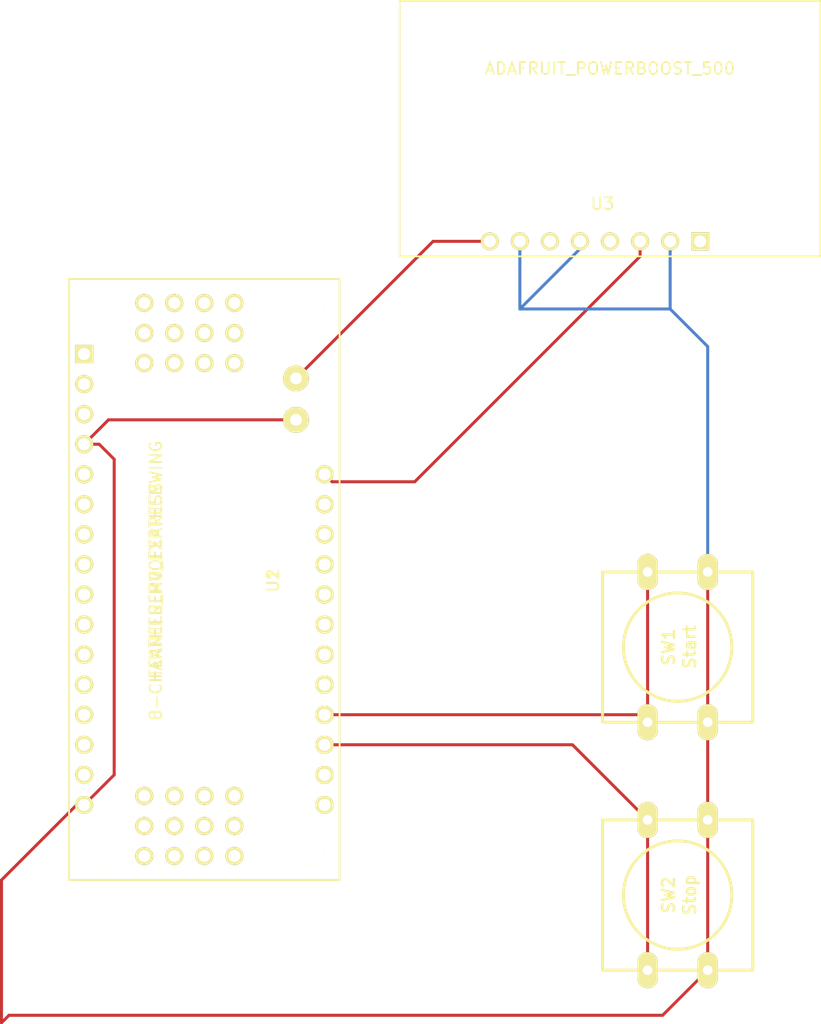
<source format=kicad_pcb>
(kicad_pcb (version 3) (host pcbnew "(2013-june-11)-stable")

  (general
    (links 43)
    (no_connects 0)
    (area 184.658 84.125999 254.329001 170.942001)
    (thickness 1.6)
    (drawings 0)
    (tracks 34)
    (zones 0)
    (modules 5)
    (nets 29)
  )

  (page A3)
  (layers
    (15 F.Cu signal)
    (0 B.Cu signal)
    (16 B.Adhes user)
    (17 F.Adhes user)
    (18 B.Paste user)
    (19 F.Paste user)
    (20 B.SilkS user)
    (21 F.SilkS user)
    (22 B.Mask user)
    (23 F.Mask user)
    (24 Dwgs.User user)
    (25 Cmts.User user)
    (26 Eco1.User user)
    (27 Eco2.User user)
    (28 Edge.Cuts user)
  )

  (setup
    (last_trace_width 0.254)
    (trace_clearance 0.254)
    (zone_clearance 0.508)
    (zone_45_only no)
    (trace_min 0.254)
    (segment_width 0.2)
    (edge_width 0.15)
    (via_size 0.889)
    (via_drill 0.635)
    (via_min_size 0.889)
    (via_min_drill 0.508)
    (uvia_size 0.508)
    (uvia_drill 0.127)
    (uvias_allowed no)
    (uvia_min_size 0.508)
    (uvia_min_drill 0.127)
    (pcb_text_width 0.3)
    (pcb_text_size 1.5 1.5)
    (mod_edge_width 0.15)
    (mod_text_size 1.5 1.5)
    (mod_text_width 0.15)
    (pad_size 1.524 1.524)
    (pad_drill 1.016)
    (pad_to_mask_clearance 0.2)
    (aux_axis_origin 0 0)
    (visible_elements FFFFFFBF)
    (pcbplotparams
      (layerselection 3178497)
      (usegerberextensions true)
      (excludeedgelayer true)
      (linewidth 0.100000)
      (plotframeref false)
      (viasonmask false)
      (mode 1)
      (useauxorigin false)
      (hpglpennumber 1)
      (hpglpenspeed 20)
      (hpglpendiameter 15)
      (hpglpenoverlay 2)
      (psnegative false)
      (psa4output false)
      (plotreference true)
      (plotvalue true)
      (plotothertext true)
      (plotinvisibletext false)
      (padsonsilk false)
      (subtractmaskfromsilk false)
      (outputformat 1)
      (mirror false)
      (drillshape 1)
      (scaleselection 1)
      (outputdirectory ""))
  )

  (net 0 "")
  (net 1 /10)
  (net 2 /11)
  (net 3 /12)
  (net 4 /13)
  (net 5 /3V)
  (net 6 /5)
  (net 7 /6)
  (net 8 /9)
  (net 9 /A0)
  (net 10 /A1)
  (net 11 /A2)
  (net 12 /A3)
  (net 13 /A4)
  (net 14 /A5)
  (net 15 /ARef)
  (net 16 /BAT)
  (net 17 /Enable)
  (net 18 /GND)
  (net 19 /MISO)
  (net 20 /MOSI)
  (net 21 /RX)
  (net 22 /Rst)
  (net 23 /SCK)
  (net 24 /SCL)
  (net 25 /SDA)
  (net 26 /TX)
  (net 27 /USB)
  (net 28 N-000003)

  (net_class Default "This is the default net class."
    (clearance 0.254)
    (trace_width 0.254)
    (via_dia 0.889)
    (via_drill 0.635)
    (uvia_dia 0.508)
    (uvia_drill 0.127)
    (add_net "")
    (add_net /10)
    (add_net /11)
    (add_net /12)
    (add_net /13)
    (add_net /3V)
    (add_net /5)
    (add_net /6)
    (add_net /9)
    (add_net /A0)
    (add_net /A1)
    (add_net /A2)
    (add_net /A3)
    (add_net /A4)
    (add_net /A5)
    (add_net /ARef)
    (add_net /BAT)
    (add_net /Enable)
    (add_net /GND)
    (add_net /MISO)
    (add_net /MOSI)
    (add_net /RX)
    (add_net /Rst)
    (add_net /SCK)
    (add_net /SCL)
    (add_net /SDA)
    (add_net /TX)
    (add_net /USB)
    (add_net N-000003)
  )

  (module 8ChanPWMWing (layer F.Cu) (tedit 5BD75992) (tstamp 5BD76A4A)
    (at 201.93 133.35 270)
    (path /5BD74B3A)
    (fp_text reference U2 (at 0.1 -5.8 270) (layer F.SilkS)
      (effects (font (size 1 1) (thickness 0.15)))
    )
    (fp_text value 8-CHANNELSERVO​FEATHERWING (at 0.1 4.1 270) (layer F.SilkS)
      (effects (font (size 1 1) (thickness 0.15)))
    )
    (fp_line (start -25.4 -11.43) (end 25.4 -11.43) (layer F.SilkS) (width 0.15))
    (fp_line (start 25.4 -11.43) (end 25.4 11.43) (layer F.SilkS) (width 0.15))
    (fp_line (start 25.4 11.43) (end -25.4 11.43) (layer F.SilkS) (width 0.15))
    (fp_line (start -25.4 11.43) (end -25.4 -11.43) (layer F.SilkS) (width 0.15))
    (pad -4 thru_hole circle (at 23.373 5.08 270) (size 1.524 1.524) (drill 1.016)
      (layers *.Cu *.Mask F.SilkS)
    )
    (pad +4 thru_hole circle (at 20.833 5.08 270) (size 1.524 1.524) (drill 1.016)
      (layers *.Cu *.Mask F.SilkS)
    )
    (pad C4 thru_hole circle (at 18.288 5.08 270) (size 1.524 1.524) (drill 1.016)
      (layers *.Cu *.Mask F.SilkS)
    )
    (pad -5 thru_hole circle (at 23.373 2.54 270) (size 1.524 1.524) (drill 1.016)
      (layers *.Cu *.Mask F.SilkS)
    )
    (pad +5 thru_hole circle (at 20.833 2.54 270) (size 1.524 1.524) (drill 1.016)
      (layers *.Cu *.Mask F.SilkS)
    )
    (pad C5 thru_hole circle (at 18.293 2.54 270) (size 1.524 1.524) (drill 1.016)
      (layers *.Cu *.Mask F.SilkS)
    )
    (pad -6 thru_hole circle (at 23.368 0 270) (size 1.524 1.524) (drill 1.016)
      (layers *.Cu *.Mask F.SilkS)
    )
    (pad +6 thru_hole circle (at 20.833 0 270) (size 1.524 1.524) (drill 1.016)
      (layers *.Cu *.Mask F.SilkS)
    )
    (pad C6 thru_hole circle (at 18.293 0 270) (size 1.524 1.524) (drill 1.016)
      (layers *.Cu *.Mask F.SilkS)
    )
    (pad -7 thru_hole circle (at 23.368 -2.54 270) (size 1.524 1.524) (drill 1.016)
      (layers *.Cu *.Mask F.SilkS)
    )
    (pad +7 thru_hole circle (at 20.833 -2.54 270) (size 1.524 1.524) (drill 1.016)
      (layers *.Cu *.Mask F.SilkS)
    )
    (pad C7 thru_hole circle (at 18.288 -2.54 270) (size 1.524 1.524) (drill 1.016)
      (layers *.Cu *.Mask F.SilkS)
    )
    (pad "" np_thru_hole circle (at -22.86 -8.89 270) (size 2.54 2.54) (drill 2.54)
      (layers *.Cu *.Mask F.SilkS)
    )
    (pad "" np_thru_hole circle (at -22.86 8.89 270) (size 2.54 2.54) (drill 2.54)
      (layers *.Cu *.Mask F.SilkS)
    )
    (pad "" np_thru_hole circle (at 22.86 -8.89 270) (size 2.54 2.54) (drill 2.54)
      (layers *.Cu *.Mask F.SilkS)
    )
    (pad "" np_thru_hole circle (at 22.86 8.89 270) (size 2.54 2.54) (drill 2.54)
      (layers *.Cu *.Mask F.SilkS)
    )
    (pad 1 thru_hole rect (at -19.05 10.16 270) (size 1.524 1.524) (drill 1.016)
      (layers *.Cu *.Mask F.SilkS)
      (net 22 /Rst)
    )
    (pad 2 thru_hole circle (at -16.51 10.16 270) (size 1.524 1.524) (drill 1.016)
      (layers *.Cu *.Mask F.SilkS)
      (net 5 /3V)
    )
    (pad 3 thru_hole circle (at -13.97 10.16 270) (size 1.524 1.524) (drill 1.016)
      (layers *.Cu *.Mask F.SilkS)
      (net 15 /ARef)
    )
    (pad 4 thru_hole circle (at -11.43 10.16 270) (size 1.524 1.524) (drill 1.016)
      (layers *.Cu *.Mask F.SilkS)
      (net 18 /GND)
    )
    (pad 5 thru_hole circle (at -8.89 10.16 270) (size 1.524 1.524) (drill 1.016)
      (layers *.Cu *.Mask F.SilkS)
      (net 9 /A0)
    )
    (pad 6 thru_hole circle (at -6.35 10.16 270) (size 1.524 1.524) (drill 1.016)
      (layers *.Cu *.Mask F.SilkS)
      (net 10 /A1)
    )
    (pad 7 thru_hole circle (at -3.81 10.16 270) (size 1.524 1.524) (drill 1.016)
      (layers *.Cu *.Mask F.SilkS)
      (net 11 /A2)
    )
    (pad 8 thru_hole circle (at -1.27 10.16 270) (size 1.524 1.524) (drill 1.016)
      (layers *.Cu *.Mask F.SilkS)
      (net 12 /A3)
    )
    (pad 9 thru_hole circle (at 1.27 10.16 270) (size 1.524 1.524) (drill 1.016)
      (layers *.Cu *.Mask F.SilkS)
      (net 13 /A4)
    )
    (pad 10 thru_hole circle (at 3.81 10.16 270) (size 1.524 1.524) (drill 1.016)
      (layers *.Cu *.Mask F.SilkS)
      (net 14 /A5)
    )
    (pad 11 thru_hole circle (at 6.35 10.16 270) (size 1.524 1.524) (drill 1.016)
      (layers *.Cu *.Mask F.SilkS)
      (net 23 /SCK)
    )
    (pad 12 thru_hole circle (at 8.89 10.16 270) (size 1.524 1.524) (drill 1.016)
      (layers *.Cu *.Mask F.SilkS)
      (net 20 /MOSI)
    )
    (pad 13 thru_hole circle (at 11.43 10.16 270) (size 1.524 1.524) (drill 1.016)
      (layers *.Cu *.Mask F.SilkS)
      (net 19 /MISO)
    )
    (pad 14 thru_hole circle (at 13.97 10.16 270) (size 1.524 1.524) (drill 1.016)
      (layers *.Cu *.Mask F.SilkS)
      (net 21 /RX)
    )
    (pad 15 thru_hole circle (at 16.51 10.16 270) (size 1.524 1.524) (drill 1.016)
      (layers *.Cu *.Mask F.SilkS)
      (net 26 /TX)
    )
    (pad 16 thru_hole circle (at 19.05 10.16 270) (size 1.524 1.524) (drill 1.016)
      (layers *.Cu *.Mask F.SilkS)
      (net 18 /GND)
    )
    (pad 17 thru_hole circle (at 19.05 -10.16 270) (size 1.524 1.524) (drill 1.016)
      (layers *.Cu *.Mask F.SilkS)
      (net 25 /SDA)
    )
    (pad 18 thru_hole circle (at 16.51 -10.16 270) (size 1.524 1.524) (drill 1.016)
      (layers *.Cu *.Mask F.SilkS)
      (net 24 /SCL)
    )
    (pad 19 thru_hole circle (at 13.97 -10.16 270) (size 1.524 1.524) (drill 1.016)
      (layers *.Cu *.Mask F.SilkS)
      (net 6 /5)
    )
    (pad 20 thru_hole circle (at 11.43 -10.16 270) (size 1.524 1.524) (drill 1.016)
      (layers *.Cu *.Mask F.SilkS)
      (net 7 /6)
    )
    (pad 21 thru_hole circle (at 8.89 -10.16 270) (size 1.524 1.524) (drill 1.016)
      (layers *.Cu *.Mask F.SilkS)
      (net 8 /9)
    )
    (pad 22 thru_hole circle (at 6.35 -10.16 270) (size 1.524 1.524) (drill 1.016)
      (layers *.Cu *.Mask F.SilkS)
      (net 1 /10)
    )
    (pad 23 thru_hole circle (at 3.81 -10.16 270) (size 1.524 1.524) (drill 1.016)
      (layers *.Cu *.Mask F.SilkS)
      (net 2 /11)
    )
    (pad 24 thru_hole circle (at 1.27 -10.16 270) (size 1.524 1.524) (drill 1.016)
      (layers *.Cu *.Mask F.SilkS)
      (net 3 /12)
    )
    (pad 25 thru_hole circle (at -1.27 -10.16 270) (size 1.524 1.524) (drill 1.016)
      (layers *.Cu *.Mask F.SilkS)
      (net 4 /13)
    )
    (pad 26 thru_hole circle (at -3.81 -10.16 270) (size 1.524 1.524) (drill 1.016)
      (layers *.Cu *.Mask F.SilkS)
      (net 27 /USB)
    )
    (pad 27 thru_hole circle (at -6.35 -10.16 270) (size 1.524 1.524) (drill 1.016)
      (layers *.Cu *.Mask F.SilkS)
      (net 17 /Enable)
    )
    (pad 28 thru_hole circle (at -8.89 -10.16 270) (size 1.524 1.524) (drill 1.016)
      (layers *.Cu *.Mask F.SilkS)
      (net 16 /BAT)
    )
    (pad SP+ thru_hole circle (at -16.99 -7.75 270) (size 2.1844 2.1844) (drill 1)
      (layers *.Cu *.Mask F.SilkS)
      (net 28 N-000003)
    )
    (pad SP- thru_hole circle (at -13.49 -7.75 270) (size 2.1844 2.1844) (drill 1)
      (layers *.Cu *.Mask F.SilkS)
      (net 18 /GND)
    )
    (pad -0 thru_hole circle (at -23.363 -2.54 270) (size 1.524 1.524) (drill 1.016)
      (layers *.Cu *.Mask F.SilkS)
    )
    (pad +0 thru_hole circle (at -20.823 -2.54 270) (size 1.524 1.524) (drill 1.016)
      (layers *.Cu *.Mask F.SilkS)
    )
    (pad C0 thru_hole circle (at -18.283 -2.54 270) (size 1.524 1.524) (drill 1.016)
      (layers *.Cu *.Mask F.SilkS)
    )
    (pad -1 thru_hole circle (at -23.363 0 270) (size 1.524 1.524) (drill 1.016)
      (layers *.Cu *.Mask F.SilkS)
    )
    (pad +1 thru_hole circle (at -20.823 0 270) (size 1.524 1.524) (drill 1.016)
      (layers *.Cu *.Mask F.SilkS)
    )
    (pad C1 thru_hole circle (at -18.283 0 270) (size 1.524 1.524) (drill 1.016)
      (layers *.Cu *.Mask F.SilkS)
    )
    (pad -2 thru_hole circle (at -23.363 2.54 270) (size 1.524 1.524) (drill 1.016)
      (layers *.Cu *.Mask F.SilkS)
    )
    (pad +2 thru_hole circle (at -20.823 2.54 270) (size 1.524 1.524) (drill 1.016)
      (layers *.Cu *.Mask F.SilkS)
    )
    (pad C2 thru_hole circle (at -18.283 2.54 270) (size 1.524 1.524) (drill 1.016)
      (layers *.Cu *.Mask F.SilkS)
    )
    (pad -3 thru_hole circle (at -23.363 5.08 270) (size 1.524 1.524) (drill 1.016)
      (layers *.Cu *.Mask F.SilkS)
    )
    (pad +3 thru_hole circle (at -20.823 5.08 270) (size 1.524 1.524) (drill 1.016)
      (layers *.Cu *.Mask F.SilkS)
    )
    (pad C3 thru_hole circle (at -18.283 5.08 270) (size 1.524 1.524) (drill 1.016)
      (layers *.Cu *.Mask F.SilkS)
    )
  )

  (module AdafruitFeather (layer F.Cu) (tedit 5B08D409) (tstamp 5BD76831)
    (at 201.93 133.35 270)
    (path /5BD71463)
    (fp_text reference U1 (at 0.1 -5.8 270) (layer F.SilkS)
      (effects (font (size 1 1) (thickness 0.15)))
    )
    (fp_text value FEATHER_M0_EXPRESS (at 0.1 4.1 270) (layer F.SilkS)
      (effects (font (size 1 1) (thickness 0.15)))
    )
    (fp_line (start -25.4 -11.43) (end 25.4 -11.43) (layer F.SilkS) (width 0.15))
    (fp_line (start 25.4 -11.43) (end 25.4 11.43) (layer F.SilkS) (width 0.15))
    (fp_line (start 25.4 11.43) (end -25.4 11.43) (layer F.SilkS) (width 0.15))
    (fp_line (start -25.4 11.43) (end -25.4 -11.43) (layer F.SilkS) (width 0.15))
    (pad "" np_thru_hole circle (at -22.86 -8.89 270) (size 2.54 2.54) (drill 2.54)
      (layers *.Cu *.Mask F.SilkS)
    )
    (pad "" np_thru_hole circle (at -22.86 8.89 270) (size 2.54 2.54) (drill 2.54)
      (layers *.Cu *.Mask F.SilkS)
    )
    (pad "" np_thru_hole circle (at 22.86 -8.89 270) (size 2.54 2.54) (drill 2.54)
      (layers *.Cu *.Mask F.SilkS)
    )
    (pad "" np_thru_hole circle (at 22.86 8.89 270) (size 2.54 2.54) (drill 2.54)
      (layers *.Cu *.Mask F.SilkS)
    )
    (pad 1 thru_hole rect (at -19.05 10.16 270) (size 1.524 1.524) (drill 1.016)
      (layers *.Cu *.Mask F.SilkS)
      (net 22 /Rst)
    )
    (pad 2 thru_hole circle (at -16.51 10.16 270) (size 1.524 1.524) (drill 1.016)
      (layers *.Cu *.Mask F.SilkS)
      (net 5 /3V)
    )
    (pad 3 thru_hole circle (at -13.97 10.16 270) (size 1.524 1.524) (drill 1.016)
      (layers *.Cu *.Mask F.SilkS)
      (net 15 /ARef)
    )
    (pad 4 thru_hole circle (at -11.43 10.16 270) (size 1.524 1.524) (drill 1.016)
      (layers *.Cu *.Mask F.SilkS)
      (net 18 /GND)
    )
    (pad 5 thru_hole circle (at -8.89 10.16 270) (size 1.524 1.524) (drill 1.016)
      (layers *.Cu *.Mask F.SilkS)
      (net 9 /A0)
    )
    (pad 6 thru_hole circle (at -6.35 10.16 270) (size 1.524 1.524) (drill 1.016)
      (layers *.Cu *.Mask F.SilkS)
      (net 10 /A1)
    )
    (pad 7 thru_hole circle (at -3.81 10.16 270) (size 1.524 1.524) (drill 1.016)
      (layers *.Cu *.Mask F.SilkS)
      (net 11 /A2)
    )
    (pad 8 thru_hole circle (at -1.27 10.16 270) (size 1.524 1.524) (drill 1.016)
      (layers *.Cu *.Mask F.SilkS)
      (net 12 /A3)
    )
    (pad 9 thru_hole circle (at 1.27 10.16 270) (size 1.524 1.524) (drill 1.016)
      (layers *.Cu *.Mask F.SilkS)
      (net 13 /A4)
    )
    (pad 10 thru_hole circle (at 3.81 10.16 270) (size 1.524 1.524) (drill 1.016)
      (layers *.Cu *.Mask F.SilkS)
      (net 14 /A5)
    )
    (pad 11 thru_hole circle (at 6.35 10.16 270) (size 1.524 1.524) (drill 1.016)
      (layers *.Cu *.Mask F.SilkS)
      (net 23 /SCK)
    )
    (pad 12 thru_hole circle (at 8.89 10.16 270) (size 1.524 1.524) (drill 1.016)
      (layers *.Cu *.Mask F.SilkS)
      (net 20 /MOSI)
    )
    (pad 13 thru_hole circle (at 11.43 10.16 270) (size 1.524 1.524) (drill 1.016)
      (layers *.Cu *.Mask F.SilkS)
      (net 19 /MISO)
    )
    (pad 14 thru_hole circle (at 13.97 10.16 270) (size 1.524 1.524) (drill 1.016)
      (layers *.Cu *.Mask F.SilkS)
      (net 21 /RX)
    )
    (pad 15 thru_hole circle (at 16.51 10.16 270) (size 1.524 1.524) (drill 1.016)
      (layers *.Cu *.Mask F.SilkS)
      (net 26 /TX)
    )
    (pad 16 thru_hole circle (at 19.05 10.16 270) (size 1.524 1.524) (drill 1.016)
      (layers *.Cu *.Mask F.SilkS)
      (net 18 /GND)
    )
    (pad 17 thru_hole circle (at 19.05 -10.16 270) (size 1.524 1.524) (drill 1.016)
      (layers *.Cu *.Mask F.SilkS)
      (net 25 /SDA)
    )
    (pad 18 thru_hole circle (at 16.51 -10.16 270) (size 1.524 1.524) (drill 1.016)
      (layers *.Cu *.Mask F.SilkS)
      (net 24 /SCL)
    )
    (pad 19 thru_hole circle (at 13.97 -10.16 270) (size 1.524 1.524) (drill 1.016)
      (layers *.Cu *.Mask F.SilkS)
      (net 6 /5)
    )
    (pad 20 thru_hole circle (at 11.43 -10.16 270) (size 1.524 1.524) (drill 1.016)
      (layers *.Cu *.Mask F.SilkS)
      (net 7 /6)
    )
    (pad 21 thru_hole circle (at 8.89 -10.16 270) (size 1.524 1.524) (drill 1.016)
      (layers *.Cu *.Mask F.SilkS)
      (net 8 /9)
    )
    (pad 22 thru_hole circle (at 6.35 -10.16 270) (size 1.524 1.524) (drill 1.016)
      (layers *.Cu *.Mask F.SilkS)
      (net 1 /10)
    )
    (pad 23 thru_hole circle (at 3.81 -10.16 270) (size 1.524 1.524) (drill 1.016)
      (layers *.Cu *.Mask F.SilkS)
      (net 2 /11)
    )
    (pad 24 thru_hole circle (at 1.27 -10.16 270) (size 1.524 1.524) (drill 1.016)
      (layers *.Cu *.Mask F.SilkS)
      (net 3 /12)
    )
    (pad 25 thru_hole circle (at -1.27 -10.16 270) (size 1.524 1.524) (drill 1.016)
      (layers *.Cu *.Mask F.SilkS)
      (net 4 /13)
    )
    (pad 26 thru_hole circle (at -3.81 -10.16 270) (size 1.524 1.524) (drill 1.016)
      (layers *.Cu *.Mask F.SilkS)
      (net 27 /USB)
    )
    (pad 27 thru_hole circle (at -6.35 -10.16 270) (size 1.524 1.524) (drill 1.016)
      (layers *.Cu *.Mask F.SilkS)
      (net 17 /Enable)
    )
    (pad 28 thru_hole circle (at -8.89 -10.16 270) (size 1.524 1.524) (drill 1.016)
      (layers *.Cu *.Mask F.SilkS)
      (net 16 /BAT)
    )
  )

  (module SW_PUSH-12mm (layer F.Cu) (tedit 4C612761) (tstamp 5BD76D3C)
    (at 241.935 139.065 90)
    (path /5BD75742)
    (fp_text reference SW1 (at 0 -0.762 90) (layer F.SilkS)
      (effects (font (size 1.016 1.016) (thickness 0.2032)))
    )
    (fp_text value Start (at 0 1.016 90) (layer F.SilkS)
      (effects (font (size 1.016 1.016) (thickness 0.2032)))
    )
    (fp_circle (center 0 0) (end 3.81 2.54) (layer F.SilkS) (width 0.254))
    (fp_line (start -6.35 -6.35) (end 6.35 -6.35) (layer F.SilkS) (width 0.254))
    (fp_line (start 6.35 -6.35) (end 6.35 6.35) (layer F.SilkS) (width 0.254))
    (fp_line (start 6.35 6.35) (end -6.35 6.35) (layer F.SilkS) (width 0.254))
    (fp_line (start -6.35 6.35) (end -6.35 -6.35) (layer F.SilkS) (width 0.254))
    (pad 1 thru_hole oval (at 6.35 -2.54 90) (size 3.048 1.7272) (drill 0.8128)
      (layers *.Cu *.Mask F.SilkS)
      (net 7 /6)
    )
    (pad 2 thru_hole oval (at 6.35 2.54 90) (size 3.048 1.7272) (drill 0.8128)
      (layers *.Cu *.Mask F.SilkS)
      (net 18 /GND)
    )
    (pad 1 thru_hole oval (at -6.35 -2.54 90) (size 3.048 1.7272) (drill 0.8128)
      (layers *.Cu *.Mask F.SilkS)
      (net 7 /6)
    )
    (pad 2 thru_hole oval (at -6.35 2.54 90) (size 3.048 1.7272) (drill 0.8128)
      (layers *.Cu *.Mask F.SilkS)
      (net 18 /GND)
    )
  )

  (module SW_PUSH-12mm (layer F.Cu) (tedit 4C612761) (tstamp 5BD76D49)
    (at 241.935 160.02 90)
    (path /5BD75751)
    (fp_text reference SW2 (at 0 -0.762 90) (layer F.SilkS)
      (effects (font (size 1.016 1.016) (thickness 0.2032)))
    )
    (fp_text value Stop (at 0 1.016 90) (layer F.SilkS)
      (effects (font (size 1.016 1.016) (thickness 0.2032)))
    )
    (fp_circle (center 0 0) (end 3.81 2.54) (layer F.SilkS) (width 0.254))
    (fp_line (start -6.35 -6.35) (end 6.35 -6.35) (layer F.SilkS) (width 0.254))
    (fp_line (start 6.35 -6.35) (end 6.35 6.35) (layer F.SilkS) (width 0.254))
    (fp_line (start 6.35 6.35) (end -6.35 6.35) (layer F.SilkS) (width 0.254))
    (fp_line (start -6.35 6.35) (end -6.35 -6.35) (layer F.SilkS) (width 0.254))
    (pad 1 thru_hole oval (at 6.35 -2.54 90) (size 3.048 1.7272) (drill 0.8128)
      (layers *.Cu *.Mask F.SilkS)
      (net 6 /5)
    )
    (pad 2 thru_hole oval (at 6.35 2.54 90) (size 3.048 1.7272) (drill 0.8128)
      (layers *.Cu *.Mask F.SilkS)
      (net 18 /GND)
    )
    (pad 1 thru_hole oval (at -6.35 -2.54 90) (size 3.048 1.7272) (drill 0.8128)
      (layers *.Cu *.Mask F.SilkS)
      (net 6 /5)
    )
    (pad 2 thru_hole oval (at -6.35 2.54 90) (size 3.048 1.7272) (drill 0.8128)
      (layers *.Cu *.Mask F.SilkS)
      (net 18 /GND)
    )
  )

  (module PBost500Breakout (layer F.Cu) (tedit 5BD2275A) (tstamp 5BD76D8F)
    (at 236.22 95.25 180)
    (path /5BD761A4)
    (fp_text reference U3 (at 0.635 -6.35 180) (layer F.SilkS)
      (effects (font (size 1 1) (thickness 0.15)))
    )
    (fp_text value ADAFRUIT_POWERBOOST_500 (at 0 5.08 180) (layer F.SilkS)
      (effects (font (size 1 1) (thickness 0.15)))
    )
    (fp_line (start -17.78 -10.795) (end 17.78 -10.795) (layer F.SilkS) (width 0.15))
    (fp_line (start 17.78 -10.795) (end 17.78 10.795) (layer F.SilkS) (width 0.15))
    (fp_line (start 17.78 10.795) (end -17.78 10.795) (layer F.SilkS) (width 0.15))
    (fp_line (start -17.78 10.795) (end -17.78 -10.795) (layer F.SilkS) (width 0.15))
    (pad "" np_thru_hole circle (at -15.24 -8.255 180) (size 2.54 2.54) (drill 2.54)
      (layers *.Cu *.Mask F.SilkS)
    )
    (pad "" np_thru_hole circle (at -15.24 8.255 180) (size 2.54 2.54) (drill 2.54)
      (layers *.Cu *.Mask F.SilkS)
    )
    (pad "" np_thru_hole circle (at 15.62 -6.67 180) (size 2.54 2.54) (drill 2.54)
      (layers *.Cu *.Mask F.SilkS)
    )
    (pad "" np_thru_hole circle (at 15.62 6.67 180) (size 2.54 2.54) (drill 2.54)
      (layers *.Cu *.Mask F.SilkS)
    )
    (pad 1 thru_hole rect (at -7.62 -9.525 180) (size 1.524 1.524) (drill 1.016)
      (layers *.Cu *.Mask F.SilkS)
    )
    (pad 2 thru_hole circle (at -5.08 -9.525 180) (size 1.524 1.524) (drill 1.016)
      (layers *.Cu *.Mask F.SilkS)
      (net 18 /GND)
    )
    (pad 3 thru_hole circle (at -2.54 -9.525 180) (size 1.524 1.524) (drill 1.016)
      (layers *.Cu *.Mask F.SilkS)
      (net 16 /BAT)
    )
    (pad 4 thru_hole circle (at 0 -9.525 180) (size 1.524 1.524) (drill 1.016)
      (layers *.Cu *.Mask F.SilkS)
    )
    (pad 5 thru_hole circle (at 2.54 -9.525 180) (size 1.524 1.524) (drill 1.016)
      (layers *.Cu *.Mask F.SilkS)
      (net 18 /GND)
    )
    (pad 6 thru_hole circle (at 5.08 -9.525 180) (size 1.524 1.524) (drill 1.016)
      (layers *.Cu *.Mask F.SilkS)
    )
    (pad 7 thru_hole circle (at 7.62 -9.525 180) (size 1.524 1.524) (drill 1.016)
      (layers *.Cu *.Mask F.SilkS)
      (net 18 /GND)
    )
    (pad 8 thru_hole circle (at 10.16 -9.525 180) (size 1.524 1.524) (drill 1.016)
      (layers *.Cu *.Mask F.SilkS)
      (net 28 N-000003)
    )
  )

  (segment (start 239.395 153.67) (end 239.395 166.37) (width 0.254) (layer F.Cu) (net 6))
  (segment (start 212.09 147.32) (end 233.045 147.32) (width 0.254) (layer F.Cu) (net 6))
  (segment (start 233.045 147.32) (end 239.395 153.67) (width 0.254) (layer F.Cu) (net 6) (tstamp 5BD76D66))
  (segment (start 212.09 144.78) (end 238.76 144.78) (width 0.254) (layer F.Cu) (net 7))
  (segment (start 238.76 144.78) (end 239.395 145.415) (width 0.254) (layer F.Cu) (net 7) (tstamp 5BD76D62))
  (segment (start 239.395 145.415) (end 239.395 132.715) (width 0.254) (layer F.Cu) (net 7) (tstamp 5BD76D63))
  (segment (start 238.76 104.775) (end 238.76 106.045) (width 0.254) (layer F.Cu) (net 16))
  (segment (start 212.725 125.095) (end 212.09 124.46) (width 0.254) (layer F.Cu) (net 16) (tstamp 5BD76DAB))
  (segment (start 219.71 125.095) (end 212.725 125.095) (width 0.254) (layer F.Cu) (net 16) (tstamp 5BD76DA9))
  (segment (start 238.76 106.045) (end 219.71 125.095) (width 0.254) (layer F.Cu) (net 16) (tstamp 5BD76DA7))
  (segment (start 244.475 132.715) (end 244.475 113.665) (width 0.254) (layer B.Cu) (net 18) (status 400000))
  (segment (start 244.475 113.665) (end 241.3 110.49) (width 0.254) (layer B.Cu) (net 18) (tstamp 5BD76DBF))
  (segment (start 191.77 152.4) (end 191.135 152.4) (width 0.254) (layer F.Cu) (net 18))
  (segment (start 240.665 170.18) (end 244.475 166.37) (width 0.254) (layer F.Cu) (net 18) (tstamp 5BD76D77))
  (segment (start 185.42 170.18) (end 240.665 170.18) (width 0.254) (layer F.Cu) (net 18) (tstamp 5BD76D76))
  (segment (start 184.785 170.815) (end 185.42 170.18) (width 0.254) (layer F.Cu) (net 18) (tstamp 5BD76D75))
  (segment (start 184.785 158.75) (end 184.785 170.815) (width 0.254) (layer F.Cu) (net 18) (tstamp 5BD76D73))
  (segment (start 191.135 152.4) (end 184.785 158.75) (width 0.254) (layer F.Cu) (net 18) (tstamp 5BD76D72))
  (segment (start 244.475 145.415) (end 244.475 132.715) (width 0.254) (layer F.Cu) (net 18))
  (segment (start 244.475 153.67) (end 244.475 145.415) (width 0.254) (layer F.Cu) (net 18))
  (segment (start 244.475 166.37) (end 244.475 153.67) (width 0.254) (layer F.Cu) (net 18))
  (segment (start 191.77 121.92) (end 193.04 121.92) (width 0.254) (layer F.Cu) (net 18))
  (segment (start 194.31 149.86) (end 191.77 152.4) (width 0.254) (layer F.Cu) (net 18) (tstamp 5BD76D2C))
  (segment (start 194.31 123.19) (end 194.31 149.86) (width 0.254) (layer F.Cu) (net 18) (tstamp 5BD76D2A))
  (segment (start 193.04 121.92) (end 194.31 123.19) (width 0.254) (layer F.Cu) (net 18) (tstamp 5BD76D28))
  (segment (start 209.68 119.86) (end 193.83 119.86) (width 0.254) (layer F.Cu) (net 18))
  (segment (start 193.83 119.86) (end 191.77 121.92) (width 0.254) (layer F.Cu) (net 18) (tstamp 5BD76D24))
  (segment (start 228.6 104.775) (end 228.6 110.49) (width 0.254) (layer B.Cu) (net 18))
  (segment (start 233.68 104.775) (end 233.68 105.41) (width 0.254) (layer B.Cu) (net 18))
  (segment (start 233.68 105.41) (end 228.6 110.49) (width 0.254) (layer B.Cu) (net 18) (tstamp 5BD76DB4))
  (segment (start 241.3 110.49) (end 241.3 104.775) (width 0.254) (layer B.Cu) (net 18) (tstamp 5BD76DB1))
  (segment (start 228.6 110.49) (end 241.3 110.49) (width 0.254) (layer B.Cu) (net 18) (tstamp 5BD76DB0))
  (segment (start 226.06 104.775) (end 221.265 104.775) (width 0.254) (layer F.Cu) (net 28))
  (segment (start 221.265 104.775) (end 209.68 116.36) (width 0.254) (layer F.Cu) (net 28) (tstamp 5BD76DA3))

)

</source>
